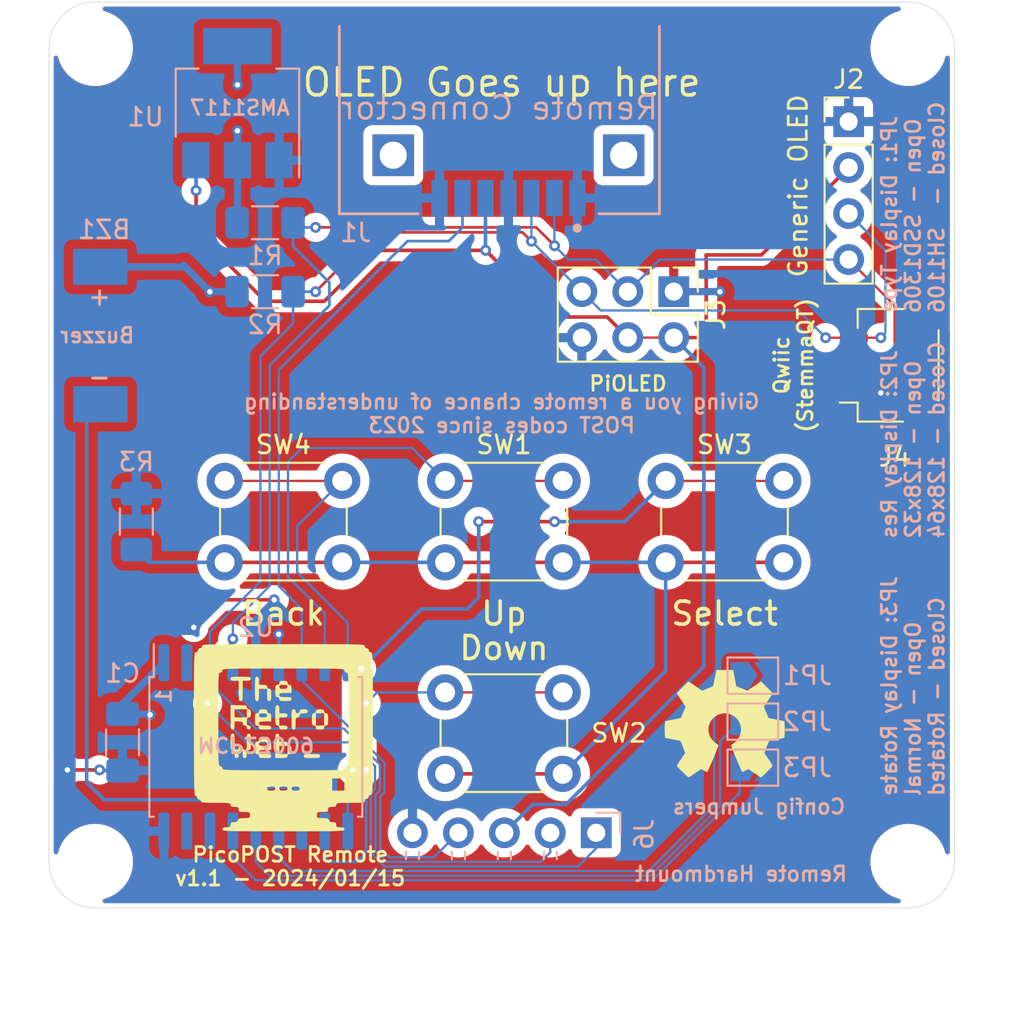
<source format=kicad_pcb>
(kicad_pcb (version 20221018) (generator pcbnew)
  (layers (0 "F.Cu" signal) (31 "B.Cu" signal) (34 "B.Paste" user) (35 "F.Paste" user) (36 "B.SilkS" user "B.Silkscreen") (37 "F.SilkS" user "F.Silkscreen") (38 "B.Mask" user) (39 "F.Mask" user) (44 "Edge.Cuts" user))
  (net 0 "")
  (net 1 "+3V3")
  (net 2 "Net-(BZ1-+)")
  (net 3 "GND")
  (net 4 "/IRQ")
  (net 5 "+5V")
  (net 6 "/SCL")
  (net 7 "/SDA")
  (net 8 "Net-(R3-Pad2)")
  (net 9 "Net-(U2-GP0)")
  (net 10 "Net-(U2-GP3)")
  (net 11 "Net-(U2-GP2)")
  (net 12 "Net-(U2-GP1)")
  (net 13 "Net-(JP1-A)")
  (net 14 "Net-(JP2-A)")
  (net 15 "Net-(JP3-A)")
  (footprint "MountingHole:MountingHole_2.2mm_M2" (layer "F.Cu") (at 102.616 38.1)
    (fp_text reference "H3" (at 0 0.127) (layer "F.SilkS"))
    (fp_text value "MountingHole")
    (pad "" np_thru_hole circle (at 0 0) (size 2.2 2.2) (drill 2.2) (layers "*.Cu" "*.Mask"))
  )
  (footprint "Button_Switch_THT:SW_PUSH_6mm" (layer "F.Cu") (at 134.159 62.012)
    (fp_text reference "SW3" (at 3.25 -2) (layer "F.SilkS"))
    (fp_text value "Select")
    (pad "1" thru_hole circle (at 0 0 90) (size 2 2) (drill 1.1) (layers "*.Cu" "*.Mask") (net 11 "Net-(U2-GP2)"))
    (pad "1" thru_hole circle (at 6.5 0 90) (size 2 2) (drill 1.1) (layers "*.Cu" "*.Mask") (net 11 "Net-(U2-GP2)"))
    (pad "2" thru_hole circle (at 0 4.5 90) (size 2 2) (drill 1.1) (layers "*.Cu" "*.Mask") (net 8 "Net-(R3-Pad2)"))
    (pad "2" thru_hole circle (at 6.5 4.5 90) (size 2 2) (drill 1.1) (layers "*.Cu" "*.Mask") (net 8 "Net-(R3-Pad2)"))
  )
  (footprint "Button_Switch_THT:SW_PUSH_6mm" (layer "F.Cu") (at 121.967 73.696)
    (fp_text reference "SW2" (at 9.605 2.25) (layer "F.SilkS"))
    (fp_text value "Down")
    (pad "1" thru_hole circle (at 0 0 90) (size 2 2) (drill 1.1) (layers "*.Cu" "*.Mask") (net 10 "Net-(U2-GP3)"))
    (pad "1" thru_hole circle (at 6.5 0 90) (size 2 2) (drill 1.1) (layers "*.Cu" "*.Mask") (net 10 "Net-(U2-GP3)"))
    (pad "2" thru_hole circle (at 0 4.5 90) (size 2 2) (drill 1.1) (layers "*.Cu" "*.Mask") (net 8 "Net-(R3-Pad2)"))
    (pad "2" thru_hole circle (at 6.5 4.5 90) (size 2 2) (drill 1.1) (layers "*.Cu" "*.Mask") (net 8 "Net-(R3-Pad2)"))
  )
  (footprint "MountingHole:MountingHole_2.2mm_M2" (layer "F.Cu") (at 102.616 83.058)
    (fp_text reference "H1" (at 0 0.127) (layer "F.SilkS"))
    (fp_text value "MountingHole")
    (pad "" np_thru_hole circle (at 0 0) (size 2.2 2.2) (drill 2.2) (layers "*.Cu" "*.Mask"))
  )
  (footprint "Connector_JST:JST_SH_SM04B-SRSS-TB_1x04-1MP_P1.00mm_Horizontal" (layer "F.Cu") (at 146.558 55.626 90)
    (fp_text reference "J4" (at -5.08 0.254 180) (layer "F.SilkS"))
    (fp_text value "Qwiic/STEMMA QT")
    (pad "1" smd roundrect (at -1.5 -2 90) (size 0.6 1.55) (layers "F.Cu" "F.Paste" "F.Mask") (net 3 "GND"))
    (pad "2" smd roundrect (at -0.5 -2 90) (size 0.6 1.55) (layers "F.Cu" "F.Paste" "F.Mask") (net 1 "+3V3"))
    (pad "3" smd roundrect (at 0.5 -2 90) (size 0.6 1.55) (layers "F.Cu" "F.Paste" "F.Mask") (net 7 "/SDA"))
    (pad "4" smd roundrect (at 1.5 -2 90) (size 0.6 1.55) (layers "F.Cu" "F.Paste" "F.Mask") (net 6 "/SCL"))
    (pad "MP" smd roundrect (at -2.8 1.875 90) (size 1.2 1.8) (layers "F.Cu" "F.Paste" "F.Mask") (roundrect_rratio 0.208333))
    (pad "MP" smd roundrect (at 2.8 1.875 90) (size 1.2 1.8) (layers "F.Cu" "F.Paste" "F.Mask") (roundrect_rratio 0.208333))
  )
  (footprint "Symbol:OSHW-Symbol_6.7x6mm_SilkScreen" (layer "F.Cu") (at 137.414 75.438)
    (fp_text reference "REF**" hide)
    (fp_text value "OSHW-Symbol_6.7x6mm_SilkScreen" hide)
  )
  (footprint "MountingHole:MountingHole_2.2mm_M2" (layer "F.Cu") (at 147.574 83.058)
    (fp_text reference "H2" (at 0 0) (layer "F.SilkS"))
    (fp_text value "MountingHole")
    (pad "" np_thru_hole circle (at 0 0) (size 2.2 2.2) (drill 2.2) (layers "*.Cu" "*.Mask"))
  )
  (footprint "Button_Switch_THT:SW_PUSH_6mm" (layer "F.Cu") (at 109.78 62.012)
    (fp_text reference "SW4" (at 3.25 -2) (layer "F.SilkS"))
    (fp_text value "Back")
    (pad "1" thru_hole circle (at 0 0 90) (size 2 2) (drill 1.1) (layers "*.Cu" "*.Mask") (net 12 "Net-(U2-GP1)"))
    (pad "1" thru_hole circle (at 6.5 0 90) (size 2 2) (drill 1.1) (layers "*.Cu" "*.Mask") (net 12 "Net-(U2-GP1)"))
    (pad "2" thru_hole circle (at 0 4.5 90) (size 2 2) (drill 1.1) (layers "*.Cu" "*.Mask") (net 8 "Net-(R3-Pad2)"))
    (pad "2" thru_hole circle (at 6.5 4.5 90) (size 2 2) (drill 1.1) (layers "*.Cu" "*.Mask") (net 8 "Net-(R3-Pad2)"))
  )
  (footprint "Button_Switch_THT:SW_PUSH_6mm" (layer "F.Cu") (at 121.967 62.012)
    (fp_text reference "SW1" (at 3.25 -2) (layer "F.SilkS"))
    (fp_text value "Up")
    (pad "1" thru_hole circle (at 0 0 90) (size 2 2) (drill 1.1) (layers "*.Cu" "*.Mask") (net 9 "Net-(U2-GP0)"))
    (pad "1" thru_hole circle (at 6.5 0 90) (size 2 2) (drill 1.1) (layers "*.Cu" "*.Mask") (net 9 "Net-(U2-GP0)"))
    (pad "2" thru_hole circle (at 0 4.5 90) (size 2 2) (drill 1.1) (layers "*.Cu" "*.Mask") (net 8 "Net-(R3-Pad2)"))
    (pad "2" thru_hole circle (at 6.5 4.5 90) (size 2 2) (drill 1.1) (layers "*.Cu" "*.Mask") (net 8 "Net-(R3-Pad2)"))
  )
  (footprint "Connector_PinHeader_2.54mm:PinHeader_2x03_P2.54mm_Vertical" (layer "F.Cu") (at 134.605 51.557 -90)
    (fp_text reference "J3" (at 1.27 -2.33 -90) (layer "F.SilkS"))
    (fp_text value "PiOLED Connector")
    (pad "1" thru_hole rect (at 0 0 270) (size 1.7 1.7) (drill 1) (layers "*.Cu" "*.Mask") (net 1 "+3V3"))
    (pad "2" thru_hole oval (at 2.54 0 270) (size 1.7 1.7) (drill 1) (layers "*.Cu" "*.Mask") (net 5 "+5V"))
    (pad "3" thru_hole oval (at 0 2.54 270) (size 1.7 1.7) (drill 1) (layers "*.Cu" "*.Mask") (net 7 "/SDA"))
    (pad "4" thru_hole oval (at 2.54 2.54 270) (size 1.7 1.7) (drill 1) (layers "*.Cu" "*.Mask") (net 5 "+5V"))
    (pad "5" thru_hole oval (at 0 5.08 270) (size 1.7 1.7) (drill 1) (layers "*.Cu" "*.Mask") (net 6 "/SCL"))
    (pad "6" thru_hole oval (at 2.54 5.08 270) (size 1.7 1.7) (drill 1) (layers "*.Cu" "*.Mask") (net 3 "GND"))
  )
  (footprint "MountingHole:MountingHole_2.2mm_M2" (layer "F.Cu") (at 147.574 38.1)
    (fp_text reference "H4" (at 0 0) (layer "F.SilkS"))
    (fp_text value "MountingHole")
    (pad "" np_thru_hole circle (at 0 0) (size 2.2 2.2) (drill 2.2) (layers "*.Cu" "*.Mask"))
  )
  (footprint "Connector_PinHeader_2.54mm:PinHeader_1x04_P2.54mm_Vertical" (layer "F.Cu") (at 144.272 42.164)
    (fp_text reference "J2" (at 0 -2.33) (layer "F.SilkS"))
    (fp_text value "Generic Connector")
    (pad "1" thru_hole rect (at 0 0) (size 1.7 1.7) (drill 1) (layers "*.Cu" "*.Mask") (net 3 "GND"))
    (pad "2" thru_hole oval (at 0 2.54) (size 1.7 1.7) (drill 1) (layers "*.Cu" "*.Mask") (net 5 "+5V"))
    (pad "3" thru_hole oval (at 0 5.08) (size 1.7 1.7) (drill 1) (layers "*.Cu" "*.Mask") (net 6 "/SCL"))
    (pad "4" thru_hole oval (at 0 7.62) (size 1.7 1.7) (drill 1) (layers "*.Cu" "*.Mask") (net 7 "/SDA"))
  )
  (footprint "modified ICs:TRW_logo" (layer "F.Cu") (at 113.03 76.2)
    (fp_text reference "G***" (at -3.683 0.762 90) (layer "F.SilkS") (effects (font (size 1.524 1.524) (thickness 0.3))))
    (fp_text value "LOGO" hide)
  )
  (footprint "Package_TO_SOT_SMD:SOT-223-3_TabPin2" (layer "B.Cu") (at 110.49 41.148 90)
    (fp_text reference "U1" (at -0.762 -5.08 180) (layer "B.SilkS") (effects (justify mirror)))
    (fp_text value "AMS1117-3.3")
    (pad "1" smd rect (at -3.15 2.3 90) (size 2 1.5) (layers "B.Cu" "B.Paste" "B.Mask") (net 3 "GND"))
    (pad "2" smd rect (at -3.15 0 90) (size 2 1.5) (layers "B.Cu" "B.Paste" "B.Mask") (net 1 "+3V3"))
    (pad "2" smd rect (at 3.15 0 90) (size 2 3.8) (layers "B.Cu" "B.Paste" "B.Mask") (net 1 "+3V3"))
    (pad "3" smd rect (at -3.15 -2.3 90) (size 2 1.5) (layers "B.Cu" "B.Paste" "B.Mask") (net 5 "+5V"))
  )
  (footprint "Resistor_SMD:R_1206_3216Metric_Pad1.30x1.75mm_HandSolder" (layer "B.Cu") (at 104.902 64.262 -90)
    (fp_text reference "R3" (at -3.302 0 180) (layer "B.SilkS") (effects (justify mirror)))
    (fp_text value "1000")
    (pad "1" smd roundrect (at -1.55 0 270) (size 1.3 1.75) (layers "B.Cu" "B.Paste" "B.Mask") (roundrect_rratio 0.192308) (net 3 "GND"))
    (pad "2" smd roundrect (at 1.55 0 270) (size 1.3 1.75) (layers "B.Cu" "B.Paste" "B.Mask") (roundrect_rratio 0.192308) (net 8 "Net-(R3-Pad2)"))
  )
  (footprint "Jumper:SolderJumper-2_P1.3mm_Open_TrianglePad1.0x1.5mm" (layer "B.Cu") (at 138.975 75.311)
    (fp_text reference "JP2" (at 3.011 0) (layer "B.SilkS") (effects (justify mirror)))
    (fp_text value "Display Resolution" hide)
    (pad "1" smd custom (at -0.725 0) (size 0.3 0.3) (layers "B.Cu" "B.Mask") (net 14 "Net-(JP2-A)") (options (clearance outline) (anchor rect)) (primitives (gr_poly (pts (xy 1 0) (xy 0.5 -0.75) (xy -0.5 -0.75) (xy -0.5 0.75) (xy 0.5 0.75)) (width 0) (fill yes))))
    (pad "2" smd custom (at 0.725 0) (size 0.3 0.3) (layers "B.Cu" "B.Mask") (net 3 "GND") (options (clearance outline) (anchor rect)) (primitives (gr_poly (pts (xy 0.5 -0.75) (xy -0.65 -0.75) (xy -0.15 0) (xy -0.65 0.75) (xy 0.5 0.75)) (width 0) (fill yes))))
  )
  (footprint "Capacitor_SMD:C_1206_3216Metric_Pad1.33x1.80mm_HandSolder" (layer "B.Cu") (at 104.14 76.454 -90)
    (fp_text reference "C1" (at -3.81 0 180) (layer "B.SilkS") (effects (justify mirror)))
    (fp_text value "100n")
    (pad "1" smd roundrect (at -1.5625 0 270) (size 1.325 1.8) (layers "B.Cu" "B.Paste" "B.Mask") (roundrect_rratio 0.188679) (net 1 "+3V3"))
    (pad "2" smd roundrect (at 1.5625 0 270) (size 1.325 1.8) (layers "B.Cu" "B.Paste" "B.Mask") (roundrect_rratio 0.188679) (net 3 "GND"))
  )
  (footprint "modified ICs:7.6mm side mount buzzer" (layer "B.Cu") (at 98.9439 55.52455 180)
    (fp_text reference "BZ1" (at -4.1801 7.39155) (layer "B.SilkS") (effects (justify mirror)))
    (fp_text value "Buzzer")
    (fp_text user "+" (at -3.9261 3.70855 unlocked) (layer "B.SilkS") (effects (justify mirror)))
    (fp_text user "-" (at -3.9261 -0.73645 unlocked) (layer "B.SilkS") (effects (justify mirror)))
    (pad "1" smd rect (at -3.9624 5.334 180) (size 3 2) (layers "B.Cu" "B.Paste" "B.Mask") (net 1 "+3V3"))
    (pad "2" smd rect (at -3.975 -2.25 180) (size 3 2) (layers "B.Cu" "B.Paste" "B.Mask") (net 2 "Net-(BZ1-+)"))
  )
  (footprint "Jumper:SolderJumper-2_P1.3mm_Open_TrianglePad1.0x1.5mm" (layer "B.Cu") (at 138.975 77.851)
    (fp_text reference "JP3" (at 3.011 0) (layer "B.SilkS") (effects (justify mirror)))
    (fp_text value "Display Rotate" hide)
    (pad "1" smd custom (at -0.725 0) (size 0.3 0.3) (layers "B.Cu" "B.Mask") (net 15 "Net-(JP3-A)") (options (clearance outline) (anchor rect)) (primitives (gr_poly (pts (xy 1 0) (xy 0.5 -0.75) (xy -0.5 -0.75) (xy -0.5 0.75) (xy 0.5 0.75)) (width 0) (fill yes))))
    (pad "2" smd custom (at 0.725 0) (size 0.3 0.3) (layers "B.Cu" "B.Mask") (net 3 "GND") (options (clearance outline) (anchor rect)) (primitives (gr_poly (pts (xy 0.5 -0.75) (xy -0.65 -0.75) (xy -0.15 0) (xy -0.65 0.75) (xy 0.5 0.75)) (width 0) (fill yes))))
  )
  (footprint "Connector_PinSocket_2.54mm:PinSocket_1x05_P2.54mm_Horizontal" (layer "B.Cu") (at 130.322 81.452 90)
    (fp_text reference "J6" (at -0.082 2.647 270) (layer "B.SilkS") (effects (justify mirror)))
    (fp_text value "Remote Hardmount Connector" hide)
    (pad "1" thru_hole rect (at 0 0 90) (size 1.7 1.7) (drill 1) (layers "*.Cu" "*.Mask") (net 7 "/SDA"))
    (pad "2" thru_hole oval (at 0 -2.54 90) (size 1.7 1.7) (drill 1) (layers "*.Cu" "*.Mask") (net 6 "/SCL"))
    (pad "3" thru_hole oval (at 0 -5.08 90) (size 1.7 1.7) (drill 1) (layers "*.Cu" "*.Mask") (net 5 "+5V"))
    (pad "4" thru_hole oval (at 0 -7.62 90) (size 1.7 1.7) (drill 1) (layers "*.Cu" "*.Mask") (net 4 "/IRQ"))
    (pad "5" thru_hole oval (at 0 -10.16 90) (size 1.7 1.7) (drill 1) (layers "*.Cu" "*.Mask") (net 3 "GND"))
  )
  (footprint "Resistor_SMD:R_1206_3216Metric_Pad1.30x1.75mm_HandSolder" (layer "B.Cu") (at 112.014 51.562)
    (fp_text reference "R2" (at 0 1.82) (layer "B.SilkS") (effects (justify mirror)))
    (fp_text value "1000")
    (pad "1" smd roundrect (at -1.55 0) (size 1.3 1.75) (layers "B.Cu" "B.Paste" "B.Mask") (roundrect_rratio 0.192308) (net 1 "+3V3"))
    (pad "2" smd roundrect (at 1.55 0) (size 1.3 1.75) (layers "B.Cu" "B.Paste" "B.Mask") (roundrect_rratio 0.192308) (net 6 "/SCL"))
  )
  (footprint "Resistor_SMD:R_1206_3216Metric_Pad1.30x1.75mm_HandSolder" (layer "B.Cu") (at 112.014 47.752)
    (fp_text reference "R1" (at 0 1.82) (layer "B.SilkS") (effects (justify mirror)))
    (fp_text value "1000")
    (pad "1" smd roundrect (at -1.55 0) (size 1.3 1.75) (layers "B.Cu" "B.Paste" "B.Mask") (roundrect_rratio 0.192308) (net 1 "+3V3"))
    (pad "2" smd roundrect (at 1.55 0) (size 1.3 1.75) (layers "B.Cu" "B.Paste" "B.Mask") (roundrect_rratio 0.192308) (net 7 "/SDA"))
  )
  (footprint "eec:Molex-47080-4001-0-0-0" (layer "B.Cu") (at 124.968 41.402)
    (fp_text reference "J1" (at -8.9 6.9) (layer "B.SilkS") (effects (justify right mirror)))
    (fp_text value "Remote Connector" (at 0 0) (layer "B.SilkS") (effects (font (size 1.27 1.27)) (justify mirror)))
    (pad "1" smd rect (at 4.31 4.98) (size 0.9 2) (layers "B.Cu" "B.Paste" "B.Mask") (net 3 "GND"))
    (pad "2" smd rect (at 3.04 4.98) (size 0.9 2) (layers "B.Cu" "B.Paste" "B.Mask") (net 7 "/SDA"))
    (pad "3" smd rect (at 1.77 4.98) (size 0.9 2) (layers "B.Cu" "B.Paste" "B.Mask") (net 6 "/SCL"))
    (pad "4" smd rect (at 0.5 4.98) (size 0.9 2) (layers "B.Cu" "B.Paste" "B.Mask") (net 3 "GND"))
    (pad "5" smd rect (at -0.77 4.98) (size 0.9 2) (layers "B.Cu" "B.Paste" "B.Mask") (net 5 "+5V"))
    (pad "6" smd rect (at -2.04 4.98) (size 0.9 2) (layers "B.Cu" "B.Paste" "B.Mask") (net 4 "/IRQ"))
    (pad "7" smd rect (at -3.31 4.98) (size 0.9 2) (layers "B.Cu" "B.Paste" "B.Mask") (net 3 "GND"))
    (pad "8" thru_hole rect (at -5.87 2.62) (size 2.3 2.3) (drill 1.5) (layers "*.Cu" "*.Mask"))
    (pad "9" thru_hole rect (at 6.87 2.62) (size 2.3 2.3) (drill 1.5) (layers "*.Cu" "*.Mask"))
  )
  (footprint "Package_SO:SOIC-18W_7.5x11.6mm_P1.27mm" (layer "B.Cu") (at 111.506 76.708 -90)
    (fp_text reference "U2" (at -6.604 0 180) (layer "B.SilkS") (effects (justify mirror)))
    (fp_text value "MCP23009-SO")
    (pad "1" smd roundrect (at -4.65 5.08 270) (size 2.05 0.6) (layers "B.Cu" "B.Paste" "B.Mask") (net 1 "+3V3"))
    (pad "2" smd roundrect (at -4.65 3.81 270) (size 2.05 0.6) (layers "B.Cu" "B.Paste" "B.Mask"))
    (pad "3" smd roundrect (at -4.65 2.54 270) (size 2.05 0.6) (layers "B.Cu" "B.Paste" "B.Mask") (net 6 "/SCL"))
    (pad "4" smd roundrect (at -4.65 1.27 270) (size 2.05 0.6) (layers "B.Cu" "B.Paste" "B.Mask") (net 7 "/SDA"))
    (pad "5" smd roundrect (at -4.65 0 270) (size 2.05 0.6) (layers "B.Cu" "B.Paste" "B.Mask") (net 3 "GND"))
    (pad "6" smd roundrect (at -4.65 -1.27 270) (size 2.05 0.6) (layers "B.Cu" "B.Paste" "B.Mask") (net 1 "+3V3"))
    (pad "7" smd roundrect (at -4.65 -2.54 270) (size 2.05 0.6) (layers "B.Cu" "B.Paste" "B.Mask") (net 4 "/IRQ"))
    (pad "8" smd roundrect (at -4.65 -3.81 270) (size 2.05 0.6) (layers "B.Cu" "B.Paste" "B.Mask") (net 9 "Net-(U2-GP0)"))
    (pad "9" smd roundrect (at -4.65 -5.08 270) (size 2.05 0.6) (layers "B.Cu" "B.Paste" "B.Mask") (net 12 "Net-(U2-GP1)"))
    (pad "10" smd roundrect (at 4.65 -5.08 270) (size 2.05 0.6) (layers "B.Cu" "B.Paste" "B.Mask") (net 11 "Net-(U2-GP2)"))
    (pad "11" smd roundrect (at 4.65 -3.81 270) (size 2.05 0.6) (layers "B.Cu" "B.Paste" "B.Mask") (net 10 "Net-(U2-GP3)"))
    (pad "12" smd roundrect (at 4.65 -2.54 270) (size 2.05 0.6) (layers "B.Cu" "B.Paste" "B.Mask") (net 2 "Net-(BZ1-+)"))
    (pad "13" smd roundrect (at 4.65 -1.27 270) (size 2.05 0.6) (layers "B.Cu" "B.Paste" "B.Mask") (net 13 "Net-(JP1-A)"))
    (pad "14" smd roundrect (at 4.65 0 270) (size 2.05 0.6) (layers "B.Cu" "B.Paste" "B.Mask") (net 14 "Net-(JP2-A)"))
    (pad "15" smd roundrect (at 4.65 1.27 270) (size 2.05 0.6) (layers "B.Cu" "B.Paste" "B.Mask") (net 15 "Net-(JP3-A)"))
    (pad "16" smd roundrect (at 4.65 2.54 270) (size 2.05 0.6) (layers "B.Cu" "B.Paste" "B.Mask"))
    (pad "17" smd roundrect (at 4.65 3.81 270) (size 2.05 0.6) (layers "B.Cu" "B.Paste" "B.Mask"))
    (pad "18" smd roundrect (at 4.65 5.08 270) (size 2.05 0.6) (layers "B.Cu" "B.Paste" "B.Mask") (net 3 "GND"))
  )
  (footprint "Jumper:SolderJumper-2_P1.3mm_Open_TrianglePad1.0x1.5mm" (layer "B.Cu") (at 138.975 72.771)
    (fp_text reference "JP1" (at 3.011 0) (layer "B.SilkS") (effects (justify mirror)))
    (fp_text value "Display Type" hide)
    (pad "1" smd custom (at -0.725 0) (size 0.3 0.3) (layers "B.Cu" "B.Mask") (net 13 "Net-(JP1-A)") (options (clearance outline) (anchor rect)) (primitives (gr_poly (pts (xy 1 0) (xy 0.5 -0.75) (xy -0.5 -0.75) (xy -0.5 0.75) (xy 0.5 0.75)) (width 0) (fill yes))))
    (pad "2" smd custom (at 0.725 0) (size 0.3 0.3) (layers "B.Cu" "B.Mask") (net 3 "GND") (options (clearance outline) (anchor rect)) (primitives (gr_poly (pts (xy 0.5 -0.75) (xy -0.65 -0.75) (xy -0.15 0) (xy -0.65 0.75) (xy 0.5 0.75)) (width 0) (fill yes))))
  )
  (gr_line (start 150.114 38.1) (end 150.114 83.058) (stroke (width 0.0381)) (layer "Edge.Cuts"))
  (gr_line (start 100.076 83.058) (end 100.076 75.946) (stroke (width 0.0381)) (layer "Edge.Cuts"))
  (gr_line (start 100.076 75.946) (end 100.076 38.1) (stroke (width 0.0381)) (layer "Edge.Cuts"))
  (gr_arc (start 102.616 85.598) (mid 100.819949 84.854051) (end 100.076 83.058) (stroke (width 0.0381)) (layer "Edge.Cuts"))
  (gr_line (start 147.574 85.598) (end 102.616 85.598) (stroke (width 0.0381)) (layer "Edge.Cuts"))
  (gr_arc (start 100.076 38.1) (mid 100.819949 36.303949) (end 102.616 35.56) (stroke (width 0.0381)) (layer "Edge.Cuts"))
  (gr_line (start 102.616 35.56) (end 147.574 35.56) (stroke (width 0.0381)) (layer "Edge.Cuts"))
  (gr_arc (start 150.114 83.058) (mid 149.370051 84.854051) (end 147.574 85.598) (stroke (width 0.0381)) (layer "Edge.Cuts"))
  (gr_arc (start 147.574 35.56) (mid 149.370051 36.303949) (end 150.114 38.1) (stroke (width 0.0381)) (layer "Edge.Cuts"))
  (gr_text "JP1: Display Type\nOpen - SSD1306\nClosed -  SH1106" (at 147.828 52.832 90) (layer "B.SilkS") (effects (font (size 0.8128 0.8128) (thickness 0.1524)) (justify right mirror)))
  (gr_text "AMS1117" (at 110.617 41.402) (layer "B.SilkS") (effects (font (size 0.8128 0.8128) (thickness 0.1524)) (justify mirror)))
  (gr_text "JP3: Display Rotate\nOpen - Normal\nClosed - Rotated" (at 147.828 79.502 90) (layer "B.SilkS") (effects (font (size 0.8128 0.8128) (thickness 0.1524)) (justify right mirror)))
  (gr_text "JP2: Display Res\nOpen - 128x32\nClosed - 128x64\n" (at 147.828 65.278 90) (layer "B.SilkS") (effects (font (size 0.8128 0.8128) (thickness 0.1524)) (justify right mirror)))
  (gr_text "Config Jumpers" (at 139.319 80.01) (layer "B.SilkS") (effects (font (size 0.8128 0.8128) (thickness 0.1524)) (justify mirror)))
  (gr_text "Buzzer" (at 102.743 53.975) (layer "B.SilkS") (effects (font (size 0.8128 0.8128) (thickness 0.1524)) (justify mirror)))
  (gr_text "Giving you a remote chance of understanding\nPOST codes since 2023" (at 125.095 58.293) (layer "B.SilkS") (effects (font (size 0.8128 0.8128) (thickness 0.1524)) (justify mirror)))
  (gr_text "MCP23009" (at 111.506 76.581 180) (layer "B.SilkS") (effects (font (size 0.8128 0.8128) (thickness 0.1524)) (justify mirror)))
  (gr_text "Remote Hardmount" (at 144.272 84.201) (layer "B.SilkS") (effects (font (size 0.8128 0.8128) (thickness 0.1524) bold) (justify left bottom mirror)))
  (gr_text "1" (at 106.426 73.914 90) (layer "B.SilkS") (effects (font (size 0.8128 0.8128) (thickness 0.1524)) (justify mirror)))
  (gr_text "PiOLED" (at 132.08 56.642) (layer "F.SilkS") (effects (font (size 0.8128 0.8128) (thickness 0.1524))))
  (gr_text "OLED Goes up here" (at 125.095 40.005) (layer "F.SilkS") (effects (font (size 1.5 1.5) (thickness 0.2))))
  (gr_text "Generic OLED" (at 141.478 45.72 90) (layer "F.SilkS") (effects (font (size 1 1))))
  (gr_text "Back" (at 113.03 69.342) (layer "F.SilkS") (effects (font (size 1.27 1.27) (thickness 0.2))))
  (gr_text "PicoPOST Remote\nv1.1 - 2024/01/15" (at 113.411 83.312) (layer "F.SilkS") (effects (font (size 0.8128 0.8128) (thickness 0.1524))))
  (gr_text "Up" (at 125.222 69.342) (layer "F.SilkS") (effects (font (size 1.27 1.27) (thickness 0.2))))
  (gr_text "Qwiic\n(StemmaQT)" (at 141.224 55.626 90) (layer "F.SilkS") (effects (font (size 0.8128 0.8128) (thickness 0.1524))))
  (gr_text "Select" (at 137.414 69.342) (layer "F.SilkS") (effects (font (size 1.27 1.27) (thickness 0.2))))
  (gr_text "Down" (at 125.222 71.247) (layer "F.SilkS") (effects (font (size 1.27 1.27) (thickness 0.2))))
  (segment (start 144.558 56.126) (end 144.55 56.134) (width 0.127) (layer "F.Cu") (net 1))
  (via (at 137.16 51.562) (size 0.6) (drill 0.3) (layers "F.Cu" "B.Cu") (net 1))
  (via (at 110.49 40.132) (size 0.6) (drill 0.3) (layers "F.Cu" "B.Cu") (net 1))
  (via (at 112.776 70.485) (size 0.6) (drill 0.3) (layers "F.Cu" "B.Cu") (net 1))
  (via (at 108.966 51.562) (size 0.6) (drill 0.3) (layers "F.Cu" "B.Cu") (net 1))
  (via (at 105.664 74.93) (size 0.6) (drill 0.3) (layers "F.Cu" "B.Cu") (net 1))
  (via (at 110.49 42.672) (size 0.6) (drill 0.3) (layers "F.Cu" "B.Cu") (net 1))
  (segment (start 104.14 74.8915) (end 104.14 74.344) (width 0.4) (layer "B.Cu") (net 1))
  (segment (start 105.664 74.93) (end 105.6255 74.8915) (width 0.4) (layer "B.Cu") (net 1))
  (segment (start 107.42865 50.19055) (end 102.1443 50.19055) (width 0.4) (layer "B.Cu") (net 1))
  (segment (start 110.49 44.298) (end 110.49 42.672) (width 0.4) (layer "B.Cu") (net 1))
  (segment (start 108.966 51.562) (end 107.5116 50.1076) (width 0.4) (layer "B.Cu") (net 1))
  (segment (start 107.5116 50.1076) (end 107.42865 50.19055) (width 0.4) (layer "B.Cu") (net 1))
  (segment (start 112.776 72.058) (end 112.776 70.485) (width 0.2) (layer "B.Cu") (net 1))
  (segment (start 110.49 37.998) (end 110.49 40.132) (width 0.4) (layer "B.Cu") (net 1))
  (segment (start 134.605 51.557) (end 137.155 51.557) (width 0.4) (layer "B.Cu") (net 1))
  (segment (start 110.49 44.298) (end 110.49 47.726) (width 0.4) (layer "B.Cu") (net 1))
  (segment (start 104.14 74.8915) (end 105.6255 74.8915) (width 0.4) (layer "B.Cu") (net 1))
  (segment (start 137.16 51.562) (end 137.155 51.557) (width 0.4) (layer "B.Cu") (net 1))
  (segment (start 104.14 74.344) (end 106.426 72.058) (width 0.4) (layer "B.Cu") (net 1))
  (segment (start 110.49 47.726) (end 110.464 47.752) (width 0.4) (layer "B.Cu") (net 1))
  (segment (start 110.464 51.562) (end 108.966 51.562) (width 0.4) (layer "B.Cu") (net 1))
  (segment (start 102.1569 78.6619) (end 102.1569 57.77455) (width 0.2) (layer "B.Cu") (net 2))
  (segment (start 114.046 80.391) (end 114.046 81.358) (width 0.2) (layer "B.Cu") (net 2))
  (segment (start 103.124 79.629) (end 102.1569 78.6619) (width 0.2) (layer "B.Cu") (net 2))
  (segment (start 103.124 79.629) (end 113.284 79.629) (width 0.2) (layer "B.Cu") (net 2))
  (segment (start 113.284 79.629) (end 114.046 80.391) (width 0.2) (layer "B.Cu") (net 2))
  (segment (start 109.601 68.58) (end 108.077 70.104) (width 0.2) (layer "F.Cu") (net 3))
  (segment (start 144.558 57.126) (end 146.026 57.126) (width 0.4) (layer "F.Cu") (net 3))
  (segment (start 102.87 77.978) (end 101.092 77.978) (width 0.2) (layer "F.Cu") (net 3))
  (segment (start 112.522 68.58) (end 109.601 68.58) (width 0.2) (layer "F.Cu") (net 3))
  (segment (start 146.05 57.15) (end 146.026 57.126) (width 0.4) (layer "F.Cu") (net 3))
  (via (at 108.077 70.104) (size 0.6) (drill 0.3) (layers "F.Cu" "B.Cu") (net 3))
  (via (at 101.092 77.978) (size 0.6) (drill 0.3) (layers "F.Cu" "B.Cu") (net 3))
  (via (at 112.522 68.58) (size 0.6) (drill 0.3) (layers "F.Cu" "B.Cu") (net 3))
  (via (at 102.87 77.978) (size 0.6) (drill 0.3) (layers "F.Cu" "B.Cu") (net 3))
  (via (at 146.05 57.15) (size 0.6) (drill 0.3) (layers "F.Cu" "B.Cu") (net 3))
  (segment (start 140.23 75.184) (end 140.23 76.454) (width 0.15) (layer "B.Cu") (net 3))
  (segment (start 102.9085 78.0165) (end 102.87 77.978) (width 0.2) (layer "B.Cu") (net 3))
  (segment (start 104.14 78.0165) (end 102.9085 78.0165) (width 0.2) (layer "B.Cu") (net 3))
  (segment (start 140.23 77.724) (end 140.23 76.454) (width 0.15) (layer "B.Cu") (net 3))
  (segment (start 112.776 55.88) (end 115.062 53.594) (width 0.127) (layer "B.Cu") (net 4))
  (segment (start 119.888 48.768) (end 122.174 48.768) (width 0.15) (layer "B.Cu") (net 4))
  (segment (start 118.3755 82.296) (end 118.3755 79.45842) (width 0.127) (layer "B.Cu") (net 4))
  (segment (start 122.702 81.452) (end 121.35 82.804) (width 0.127) (layer "B.Cu") (net 4))
  (segment (start 118.3755 79.45842) (end 118.618 79.21592) (width 0.127) (layer "B.Cu") (net 4))
  (segment (start 118.8835 82.804) (end 118.3755 82.296) (width 0.127) (layer "B.Cu") (net 4))
  (segment (start 121.35 82.804) (end 118.8835 82.804) (width 0.127) (layer "B.Cu") (net 4))
  (segment (start 122.174 48.768) (end 122.928 48.014) (width 0.15) (layer "B.Cu") (net 4))
  (segment (start 114.681 73.66) (end 114.046 73.025) (width 0.127) (layer "B.Cu") (net 4))
  (segment (start 118.618 77.581908) (end 114.696092 73.66) (width 0.127) (layer "B.Cu") (net 4))
  (segment (start 112.776 67.818) (end 114.046 69.088) (width 0.127) (layer "B.Cu") (net 4))
  (segment (start 114.046 73.025) (end 114.046 72.058) (width 0.127) (layer "B.Cu") (net 4))
  (segment (start 112.776 55.88) (end 112.776 67.818) (width 0.127) (layer "B.Cu") (net 4))
  (segment (start 118.618 79.21592) (end 118.618 77.581908) (width 0.127) (layer "B.Cu") (net 4))
  (segment (start 114.696092 73.66) (end 114.681 73.66) (width 0.127) (layer "B.Cu") (net 4))
  (segment (start 115.062 53.594) (end 119.888 48.768) (width 0.15) (layer "B.Cu") (net 4))
  (segment (start 122.928 48.014) (end 122.928 46.382) (width 0.15) (layer "B.Cu") (net 4))
  (segment (start 114.046 69.088) (end 114.046 72.058) (width 0.127) (layer "B.Cu") (net 4))
  (segment (start 132.065 54.097) (end 130.927 52.959) (width 0.2) (layer "F.Cu") (net 5))
  (segment (start 108.204 48.26) (end 112.033 52.089) (width 0.2) (layer "F.Cu") (net 5))
  (segment (start 136.398 49.53) (end 136.398 53.594) (width 0.2) (layer "F.Cu") (net 5))
  (segment (start 112.033 52.089) (end 115.297 52.089) (width 0.2) (layer "F.Cu") (net 5))
  (segment (start 108.204 45.974) (end 108.204 48.26) (width 0.2) (layer "F.Cu") (net 5))
  (segment (start 139.446 49.53) (end 144.272 44.704) (width 0.2) (layer "F.Cu") (net 5))
  (segment (start 132.065 54.097) (end 134.605 54.097) (width 0.127) (layer "F.Cu") (net 5))
  (segment (start 130.927 52.959) (end 127.889 52.959) (width 0.2) (layer "F.Cu") (net 5))
  (segment (start 118.11 49.276) (end 124.206 49.276) (width 0.2) (layer "F.Cu") (net 5))
  (segment (start 135.895 54.097) (end 134.605 54.097) (width 0.2) (layer "F.Cu") (net 5))
  (segment (start 136.398 53.594) (end 135.895 54.097) (width 0.2) (layer "F.Cu") (net 5))
  (segment (start 136.398 49.53) (end 139.446 49.53) (width 0.2) (layer "F.Cu") (net 5))
  (segment (start 127.889 52.959) (end 124.206 49.276) (width 0.2) (layer "F.Cu") (net 5))
  (segment (start 115.297 52.089) (end 118.11 49.276) (width 0.2) (layer "F.Cu") (net 5))
  (via (at 124.206 49.276) (size 0.6) (drill 0.3) (layers "F.Cu" "B.Cu") (net 5))
  (via (at 108.204 45.974) (size 0.6) (drill 0.3) (layers "F.Cu" "B.Cu") (net 5))
  (segment (start 136.271 55.763) (end 134.605 54.097) (width 0.2) (layer "B.Cu") (net 5))
  (segment (start 128.651 79.883) (end 136.271 72.263) (width 0.2) (layer "B.Cu") (net 5))
  (segment (start 126.811 79.883) (end 128.651 79.883) (width 0.2) (layer "B.Cu") (net 5))
  (segment (start 124.206 49.276) (end 124.198 49.268) (width 0.2) (layer "B.Cu") (net 5))
  (segment (start 124.198 49.268) (end 124.198 46.382) (width 0.2) (layer "B.Cu") (net 5))
  (segment (start 108.204 44.312) (end 108.19 44.298) (width 0.2) (layer "B.Cu") (net 5))
  (segment (start 125.242 81.452) (end 126.811 79.883) (width 0.2) (layer "B.Cu") (net 5))
  (segment (start 108.204 45.974) (end 108.204 44.312) (width 0.2) (layer "B.Cu") (net 5))
  (segment (start 136.271 72.263) (end 136.271 55.763) (width 0.2) (layer "B.Cu") (net 5))
  (segment (start 144.582 54.102) (end 144.558 54.126) (width 0.127) (layer "F.Cu") (net 6))
  (segment (start 118.087 48.283) (end 126.251 48.283) (width 0.15) (layer "F.Cu") (net 6))
  (segment (start 114.808 51.562) (end 118.087 48.283) (width 0.15) (layer "F.Cu") (net 6))
  (segment (start 146.05 54.102) (end 144.582 54.102) (width 0.127) (layer "F.Cu") (net 6))
  (segment (start 144.534 54.102) (end 144.558 54.126) (width 0.127) (layer "F.Cu") (net 6))
  (segment (start 143.002 54.102) (end 144.534 54.102) (width 0.127) (layer "F.Cu") (net 6))
  (segment (start 126.251 48.283) (end 126.741 48.773) (width 0.15) (layer "F.Cu") (net 6))
  (via (at 114.808 51.562) (size 0.6) (drill 0.3) (layers "F.Cu" "B.Cu") (net 6))
  (via (at 126.741 48.773) (size 0.6) (drill 0.3) (layers "F.Cu" "B.Cu") (net 6))
  (via (at 143.002 54.102) (size 0.6) (drill 0.3) (layers "F.Cu" "B.Cu") (net 6))
  (via (at 146.05 54.102) (size 0.6) (drill 0.3) (layers "F.Cu" "B.Cu") (net 6))
  (segment (start 126.738 46.382) (end 126.738 48.77) (width 0.127) (layer "B.Cu") (net 6))
  (segment (start 146.304 49.276) (end 146.304 53.848) (width 0.127) (layer "B.Cu") (net 6))
  (segment (start 113.564 51.562) (end 113.564 53.314) (width 0.127) (layer "B.Cu") (net 6))
  (segment (start 114.808 51.562) (end 113.564 51.562) (width 0.15) (layer "B.Cu") (net 6))
  (segment (start 108.966 70.358) (end 108.966 72.058) (width 0.127) (layer "B.Cu") (net 6))
  (segment (start 127.782 81.452) (end 127.782 82.53) (width 0.127) (layer "B.Cu") (net 6))
  (segment (start 141.497011 52.597011) (end 143.002 54.102) (width 0.127) (layer "B.Cu") (net 6))
  (segment (start 129.525 51.557) (end 130.565011 52.597011) (width 0.127) (layer "B.Cu") (net 6))
  (segment (start 118.364 79.11071) (end 118.364 77.687118) (width 0.127) (layer "B.Cu") (net 6))
  (segment (start 118.1215 79.35321) (end 118.364 79.11071) (width 0.127) (layer "B.Cu") (net 6))
  (segment (start 130.565011 52.597011) (end 141.497011 52.597011) (width 0.127) (layer "B.Cu") (net 6))
  (segment (start 111.76 55.118) (end 111.76 67.564) (width 0.127) (layer "B.Cu") (net 6))
  (segment (start 116.368882 75.692) (end 111.506 75.692) (width 0.127) (layer "B.Cu") (net 6))
  (segment (start 113.564 53.314) (end 111.76 55.118) (width 0.127) (layer "B.Cu") (net 6))
  (segment (start 127.782 82.53) (end 127.254 83.058) (width 0.127) (layer "B.Cu") (net 6))
  (segment (start 127.254 83.058) (end 118.72321 83.058) (width 0.127) (layer "B.Cu") (net 6))
  (segment (start 108.966 73.152) (end 108.966 72.058) (width 0.127) (layer "B.Cu") (net 6))
  (segment (start 126.741 48.773) (end 129.525 51.557) (width 0.127) (layer "B.Cu") (net 6))
  (segment (start 111.506 75.692) (end 108.966 73.152) (width 0.127) (layer "B.Cu") (net 6))
  (segment (start 144.272 47.244) (end 146.304 49.276) (width 0.127) (layer "B.Cu") (net 6))
  (segment (start 146.304 53.848) (end 146.05 54.102) (width 0.127) (layer "B.Cu") (net 6))
  (segment (start 118.364 77.687118) (end 116.368882 75.692) (width 0.127) (layer "B.Cu") (net 6))
  (segment (start 118.72321 83.058) (end 118.1215 82.45629) (width 0.127) (layer "B.Cu") (net 6))
  (segment (start 126.738 48.77) (end 126.741 48.773) (width 0.127) (layer "B.Cu") (net 6))
  (segment (start 118.1215 82.45629) (end 118.1215 79.35321) (width 0.127) (layer "B.Cu") (net 6))
  (segment (start 111.76 67.564) (end 108.966 70.358) (width 0.127) (layer "B.Cu") (net 6))
  (segment (start 144.558 55.126) (end 146.55 55.126) (width 0.127) (layer "F.Cu") (net 7))
  (segment (start 146.55 55.126) (end 146.812 54.864) (width 0.127) (layer "F.Cu") (net 7))
  (segment (start 108.839 72.263) (end 110.236 70.866) (width 0.127) (layer "F.Cu") (net 7))
  (segment (start 127 48.006) (end 114.808 48.006) (width 0.15) (layer "F.Cu") (net 7))
  (segment (start 108.839 74.295) (end 108.839 72.263) (width 0.127) (layer "F.Cu") (net 7))
  (segment (start 146.812 54.864) (end 146.812 52.324) (width 0.127) (layer "F.Cu") (net 7))
  (segment (start 128.016 49.022) (end 127 48.006) (width 0.15) (layer "F.Cu") (net 7))
  (segment (start 146.812 52.324) (end 144.272 49.784) (width 0.127) (layer "F.Cu") (net 7))
  (via (at 128.016 49.022) (size 0.6) (drill 0.3) (layers "F.Cu" "B.Cu") (net 7))
  (via (at 114.808 48.006) (size 0.6) (drill 0.3) (layers "F.Cu" "B.Cu") (net 7))
  (via (at 108.839 74.295) (size 0.6) (drill 0.3) (layers "F.Cu" "B.Cu") (net 7))
  (via (at 110.236 70.739) (size 0.6) (drill 0.3) (layers "F.Cu" "B.Cu") (net 7))
  (segment (start 128.778 49.784) (end 130.292 49.784) (width 0.127) (layer "B.Cu") (net 7))
  (segment (start 128.016 49.022) (end 128.778 49.784) (width 0.127) (layer "B.Cu") (net 7))
  (segment (start 128.008 49.014) (end 128.016 49.022) (width 0.127) (layer "B.Cu") (net 7))
  (segment (start 116.771672 76.454) (end 110.998 76.454) (width 0.127) (layer "B.Cu") (net 7))
  (segment (start 115.57 52.324) (end 115.062 52.832) (width 0.15) (layer "B.Cu") (net 7))
  (segment (start 112.268 67.818) (end 110.236 69.85) (width 0.127) (layer "B.Cu") (net 7))
  (segment (start 114.808 48.006) (end 113.818 48.006) (width 0.15) (layer "B.Cu") (net 7))
  (segment (start 118.0925 77.774828) (end 116.771672 76.454) (width 0.127) (layer "B.Cu") (net 7))
  (segment (start 113.564 49.048) (end 115.57 51.054) (width 0.15) (layer "B.Cu") (net 7))
  (segment (start 130.322 81.452) (end 130.322 82.302) (width 0.127) (layer "B.Cu") (net 7))
  (segment (start 110.236 69.85) (end 110.236 70.739) (width 0.127) (layer "B.Cu") (net 7))
  (segment (start 110.236 70.739) (end 110.236 72.058) (width 0.127) (layer "B.Cu") (net 7))
  (segment (start 130.322 82.302) (end 129.312 83.312) (width 0.127) (layer "B.Cu") (net 7))
  (segment (start 115.57 51.054) (end 115.57 52.324) (width 0.15) (layer "B.Cu") (net 7))
  (segment (start 130.292 49.784) (end 132.065 51.557) (width 0.127) (layer "B.Cu") (net 7))
  (segment (start 117.8675 82.5615) (end 117.8675 79.248) (width 0.127) (layer "B.Cu") (net 7))
  (segment (start 128.008 46.382) (end 128.008 49.014) (width 0.127) (layer "B.Cu") (net 7))
  (segment (start 113.564 47.752) (end 113.564 49.048) (width 0.15) (layer "B.Cu") (net 7))
  (segment (start 112.268 55.626) (end 112.268 67.818) (width 0.127) (layer "B.Cu") (net 7))
  (segment (start 117.8675 79.248) (end 118.0925 79.023) (width 0.127) (layer "B.Cu") (net 7))
  (segment (start 113.818 48.006) (end 113.564 47.752) (width 0.15) (layer "B.Cu") (net 7))
  (segment (start 118.0925 79.023) (end 118.0925 77.774828) (width 0.127) (layer "B.Cu") (net 7))
  (segment (start 118.618 83.312) (end 117.8675 82.5615) (width 0.127) (layer "B.Cu") (net 7))
  (segment (start 129.312 83.312) (end 118.618 83.312) (width 0.127) (layer "B.Cu") (net 7))
  (segment (start 115.062 52.832) (end 112.268 55.626) (width 0.127) (layer "B.Cu") (net 7))
  (segment (start 133.838 49.784) (end 144.272 49.784) (width 0.127) (layer "B.Cu") (net 7))
  (segment (start 132.065 51.557) (end 133.838 49.784) (width 0.127) (layer "B.Cu") (net 7))
  (segment (start 110.998 76.454) (end 108.839 74.295) (width 0.127) (layer "B.Cu") (net 7))
  (segment (start 134.159 66.512) (end 140.659 66.512) (width 0.2) (layer "F.Cu") (net 8))
  (segment (start 109.78 66.512) (end 116.28 66.512) (width 0.2) (layer "F.Cu") (net 8))
  (segment (start 128.467 78.196) (end 121.967 78.196) (width 0.2) (layer "F.Cu") (net 8))
  (segment (start 121.967 66.512) (end 128.467 66.512) (width 0.2) (layer "F.Cu") (net 8))
  (segment (start 128.467 66.512) (end 132.207 66.512) (width 0.2) (layer "B.Cu") (net 8))
  (segment (start 134.159 72.504) (end 128.467 78.196) (width 0.2) (layer "B.Cu") (net 8))
  (segment (start 109.78 66.512) (end 105.602 66.512) (width 0.2) (layer "B.Cu") (net 8))
  (segment (start 105.602 66.512) (end 104.902 65.812) (width 0.2) (layer "B.Cu") (net 8))
  (segment (start 121.967 66.512) (end 116.28 66.512) (width 0.2) (layer "B.Cu") (net 8))
  (segment (start 132.207 66.512) (end 134.159 66.512) (width 0.2) (layer "B.Cu") (net 8))
  (segment (start 134.159 66.512) (end 134.159 72.504) (width 0.2) (layer "B.Cu") (net 8))
  (segment (start 121.967 62.012) (end 128.467 62.012) (width 0.127) (layer "F.Cu") (net 9))
  (segment (start 120.153 60.198) (end 121.967 62.012) (width 0.127) (layer "B.Cu") (net 9))
  (segment (start 115.316 72.058) (end 115.316 69.342) (width 0.127) (layer "B.Cu") (net 9))
  (segment (start 113.284 67.31) (end 113.284 60.96) (width 0.127) (layer "B.Cu") (net 9))
  (segment (start 113.284 60.96) (end 114.046 60.198) (width 0.127) (layer "B.Cu") (net 9))
  (segment (start 115.316 69.342) (end 113.284 67.31) (width 0.127) (layer "B.Cu") (net 9))
  (segment (start 114.046 60.198) (end 120.153 60.198) (width 0.127) (layer "B.Cu") (net 9))
  (segment (start 121.967 73.696) (end 128.467 73.696) (width 0.127) (layer "F.Cu") (net 10))
  (segment (start 117.602 74.295) (end 117.602 74.422) (width 0.15) (layer "F.Cu") (net 10))
  (segment (start 117.602 77.978) (end 117.602 74.295) (width 0.15) (layer "F.Cu") (net 10))
  (via (at 117.602 77.978) (size 0.6) (drill 0.3) (layers "F.Cu" "B.Cu") (net 10))
  (via (at 117.602 74.295) (size 0.6) (drill 0.3) (layers "F.Cu" "B.Cu") (net 10))
  (segment (start 117.094 83.058) (end 117.602 82.55) (width 0.15) (layer "B.Cu") (net 10))
  (segment (start 117.602 74.295) (end 118.201 73.696) (width 0.127) (layer "B.Cu") (net 10))
  (segment (start 117.602 82.55) (end 117.602 77.978) (width 0.15) (layer "B.Cu") (net 10))
  (segment (start 115.316 81.358) (end 115.316 82.804) (width 0.127) (layer "B.Cu") (net 10))
  (segment (start 115.316 82.804) (end 115.57 83.058) (width 0.15) (layer "B.Cu") (net 10))
  (segment (start 118.201 73.696) (end 121.967 73.696) (width 0.127) (layer "B.Cu") (net 10))
  (segment (start 115.57 83.058) (end 117.094 83.058) (width 0.15) (layer "B.Cu") (net 10))
  (segment (start 123.825 64.262) (end 128.016 64.262) (width 0.2) (layer "F.Cu") (net 11))
  (segment (start 116.84 77.978) (end 116.84 72.898) (width 0.15) (layer "F.Cu") (net 11))
  (segment (start 116.84 72.898) (end 117.348 72.39) (width 0.15) (layer "F.Cu") (net 11))
  (segment (start 134.159 62.012) (end 140.659 62.012) (width 0.127) (layer "F.Cu") (net 11))
  (via (at 117.348 72.39) (size 0.6) (drill 0.3) (layers "F.Cu" "B.Cu") (net 11))
  (via (at 123.825 64.262) (size 0.6) (drill 0.3) (layers "F.Cu" "B.Cu") (net 11))
  (via (at 128.016 64.262) (size 0.6) (drill 0.3) (layers "F.Cu" "B.Cu") (net 11))
  (via (at 116.84 77.978) (size 0.6) (drill 0.3) (layers "F.Cu" "B.Cu") (net 11))
  (segment (start 116.586 81.358) (end 116.586 78.232) (width 0.15) (layer "B.Cu") (net 11))
  (segment (start 123.825 68.453) (end 123.825 64.262) (width 0.2) (layer "B.Cu") (net 11))
  (segment (start 131.909 64.262) (end 134.159 62.012) (width 0.2) (layer "B.Cu") (net 11))
  (segment (start 120.65 69.088) (end 117.348 72.39) (width 0.2) (layer "B.Cu") (net 11))
  (segment (start 116.586 78.232) (end 116.84 77.978) (width 0.15) (layer "B.Cu") (net 11))
  (segment (start 128.016 64.262) (end 131.909 64.262) (width 0.2) (layer "B.Cu") (net 11))
  (segment (start 123.19 69.088) (end 120.65 69.088) (width 0.2) (layer "B.Cu") (net 11))
  (segment (start 123.19 69.088) (end 123.825 68.453) (width 0.2) (layer "B.Cu") (net 11))
  (segment (start 109.78 62.012) (end 116.28 62.012) (width 0.127) (layer "F.Cu") (net 12))
  (segment (start 113.792 67.056) (end 113.792 64.5) (width 0.127) (layer "B.Cu") (net 12))
  (segment (start 116.586 69.85) (end 113.792 67.056) (width 0.127) (layer "B.Cu") (net 12))
  (segment (start 113.792 64.5) (end 116.28 62.012) (width 0.127) (layer "B.Cu") (net 12))
  (segment (start 116.586 72.058) (end 116.586 69.85) (width 0.127) (layer "B.Cu") (net 12))
  (segment (start 136.83779 74.18321) (end 138.25 72.771) (width 0.127) (layer "B.Cu") (net 13))
  (segment (start 136.83779 79.94179) (end 136.83779 74.18321) (width 0.127) (layer "B.Cu") (net 13))
  (segment (start 113.538 83.566) (end 133.21358 83.566) (width 0.127) (layer "B.Cu") (net 13))
  (segment (start 112.776 82.804) (end 113.538 83.566) (width 0.127) (layer "B.Cu") (net 13))
  (segment (start 133.21358 83.566) (end 136.83779 79.94179) (width 0.127) (layer "B.Cu") (net 13))
  (segment (start 112.776 81.358) (end 112.776 82.804) (width 0.127) (layer "B.Cu") (net 13))
  (segment (start 111.506 81.358) (end 111.506 83.058) (width 0.127) (layer "B.Cu") (net 14))
  (segment (start 133.31879 83.82) (end 137.16 79.97879) (width 0.127) (layer "B.Cu") (net 14))
  (segment (start 111.506 83.058) (end 112.268 83.82) (width 0.127) (layer "B.Cu") (net 14))
  (segment (start 137.16 79.97879) (end 137.16 76.401) (width 0.127) (layer "B.Cu") (net 14))
  (segment (start 112.268 83.82) (end 133.31879 83.82) (width 0.127) (layer "B.Cu") (net 14))
  (segment (start 137.16 76.401) (end 138.25 75.311) (width 0.127) (layer "B.Cu") (net 14))
  (segment (start 110.236 82.804) (end 111.506 84.074) (width 0.127) (layer "B.Cu") (net 15))
  (segment (start 133.424 84.074) (end 138.25 79.248) (width 0.127) (layer "B.Cu") (net 15))
  (segment (start 138.25 79.248) (end 138.25 77.851) (width 0.127) (layer "B.Cu") (net 15))
  (segment (start 110.236 81.358) (end 110.236 82.804) (width 0.127) (layer "B.Cu") (net 15))
  (segment (start 111.506 84.074) (end 133.424 84.074) (width 0.127) (layer "B.Cu") (net 15))
  (zone (net 1) (net_name "+3V3") (layer "F.Cu") (name "front 3v3") (connect_pads (clearance 0.508)) (min_thickness 0.254) (fill yes (thermal_gap 0.508) (thermal_bridge_width 0.508))
    (polygon (pts (xy 149.86 85.344) (xy 100.33 85.344) (xy 100.33 35.814) (xy 149.86 35.814)))
  )
  (zone (net 3) (net_name "GND") (layer "B.Cu") (name "back GND") (connect_pads (clearance 0.508)) (min_thickness 0.254) (fill yes (thermal_gap 0.508) (thermal_bridge_width 0.508))
    (polygon (pts (xy 149.86 85.344) (xy 100.33 85.344) (xy 100.33 35.814) (xy 149.86 35.814)))
  )
)
</source>
